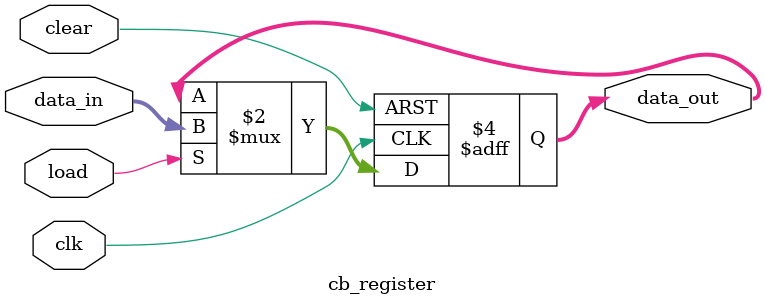
<source format=v>



//     always @(posedge clk or posedge clear) begin
//         if (clear)
//             q <= 1'b0;   // Asynchronous reset
//         else
//             q <= d;      // Normal D flip-flop behavior
//     end
//endmodule


module cb_register (
    input wire clk,
    input wire clear,
    input wire load,
    input wire [7:0] data_in,
    output reg [7:0] data_out
);

  always @(posedge clk or posedge clear) begin
    if (clear)
      data_out <= 8'b0;
    else if (load)
        data_out <= data_in;
  end

endmodule
</source>
